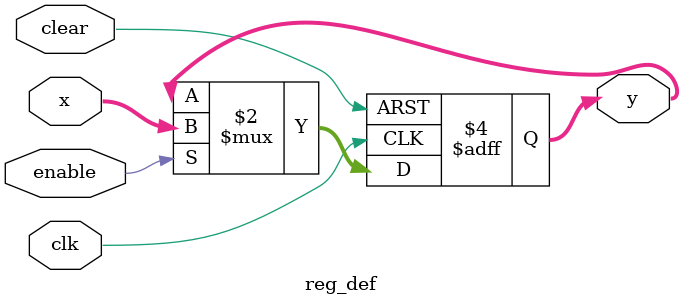
<source format=sv>
module reg_def #(
    parameter int WIDTH = 16 // Default to 16 bits
)(
    input  logic [WIDTH-1:0] x,
    input  logic             enable,
    input  logic             clk,
    input  logic             clear,
    output logic [WIDTH-1:0] y
);
    always_ff @(posedge clk or posedge clear) begin
        if (clear) begin
            y <= {WIDTH{1'b0}}; // Reset to all zeros
        end else if (enable) begin
            y <= x;  // Register update logic
        end
    end
endmodule
</source>
